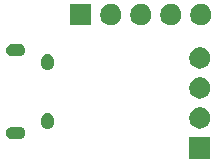
<source format=gbr>
G04 #@! TF.GenerationSoftware,KiCad,Pcbnew,(5.1.5)-2*
G04 #@! TF.CreationDate,2020-10-22T14:23:29-05:00*
G04 #@! TF.ProjectId,usbSerial,75736253-6572-4696-916c-2e6b69636164,rev?*
G04 #@! TF.SameCoordinates,Original*
G04 #@! TF.FileFunction,Soldermask,Bot*
G04 #@! TF.FilePolarity,Negative*
%FSLAX46Y46*%
G04 Gerber Fmt 4.6, Leading zero omitted, Abs format (unit mm)*
G04 Created by KiCad (PCBNEW (5.1.5)-2) date 2020-10-22 14:23:29*
%MOMM*%
%LPD*%
G04 APERTURE LIST*
%ADD10C,0.100000*%
G04 APERTURE END LIST*
D10*
G36*
X69001000Y-74381000D02*
G01*
X67199000Y-74381000D01*
X67199000Y-72579000D01*
X69001000Y-72579000D01*
X69001000Y-74381000D01*
G37*
G36*
X52903114Y-71681611D02*
G01*
X53002265Y-71711688D01*
X53093644Y-71760531D01*
X53173738Y-71826262D01*
X53239469Y-71906356D01*
X53288312Y-71997735D01*
X53318389Y-72096886D01*
X53328545Y-72200000D01*
X53318389Y-72303114D01*
X53288312Y-72402265D01*
X53239469Y-72493644D01*
X53173738Y-72573738D01*
X53093644Y-72639469D01*
X53002265Y-72688312D01*
X52903114Y-72718389D01*
X52825839Y-72726000D01*
X52174161Y-72726000D01*
X52096886Y-72718389D01*
X51997735Y-72688312D01*
X51906356Y-72639469D01*
X51826262Y-72573738D01*
X51760531Y-72493644D01*
X51711688Y-72402265D01*
X51681611Y-72303114D01*
X51671455Y-72200000D01*
X51681611Y-72096886D01*
X51711688Y-71997735D01*
X51760531Y-71906356D01*
X51826262Y-71826262D01*
X51906356Y-71760531D01*
X51997735Y-71711688D01*
X52096886Y-71681611D01*
X52174161Y-71674000D01*
X52825839Y-71674000D01*
X52903114Y-71681611D01*
G37*
G36*
X55303113Y-70531611D02*
G01*
X55402264Y-70561688D01*
X55493644Y-70610531D01*
X55573738Y-70676262D01*
X55639469Y-70756356D01*
X55688312Y-70847735D01*
X55718389Y-70946886D01*
X55726000Y-71024161D01*
X55726000Y-71375838D01*
X55718389Y-71453113D01*
X55688312Y-71552264D01*
X55639469Y-71643644D01*
X55573738Y-71723738D01*
X55493644Y-71789469D01*
X55402265Y-71838312D01*
X55303114Y-71868389D01*
X55200000Y-71878545D01*
X55096887Y-71868389D01*
X54997736Y-71838312D01*
X54906357Y-71789469D01*
X54826263Y-71723738D01*
X54760532Y-71643644D01*
X54758505Y-71639852D01*
X54711689Y-71552266D01*
X54701663Y-71519215D01*
X54681611Y-71453114D01*
X54674000Y-71375839D01*
X54674000Y-71024162D01*
X54681611Y-70946887D01*
X54711688Y-70847736D01*
X54760531Y-70756356D01*
X54826262Y-70676262D01*
X54906356Y-70610531D01*
X54997735Y-70561688D01*
X55096886Y-70531611D01*
X55200000Y-70521455D01*
X55303113Y-70531611D01*
G37*
G36*
X68213512Y-70043927D02*
G01*
X68362812Y-70073624D01*
X68526784Y-70141544D01*
X68674354Y-70240147D01*
X68799853Y-70365646D01*
X68898456Y-70513216D01*
X68966376Y-70677188D01*
X69001000Y-70851259D01*
X69001000Y-71028741D01*
X68966376Y-71202812D01*
X68898456Y-71366784D01*
X68799853Y-71514354D01*
X68674354Y-71639853D01*
X68526784Y-71738456D01*
X68362812Y-71806376D01*
X68213512Y-71836073D01*
X68188742Y-71841000D01*
X68011258Y-71841000D01*
X67986488Y-71836073D01*
X67837188Y-71806376D01*
X67673216Y-71738456D01*
X67525646Y-71639853D01*
X67400147Y-71514354D01*
X67301544Y-71366784D01*
X67233624Y-71202812D01*
X67199000Y-71028741D01*
X67199000Y-70851259D01*
X67233624Y-70677188D01*
X67301544Y-70513216D01*
X67400147Y-70365646D01*
X67525646Y-70240147D01*
X67673216Y-70141544D01*
X67837188Y-70073624D01*
X67986488Y-70043927D01*
X68011258Y-70039000D01*
X68188742Y-70039000D01*
X68213512Y-70043927D01*
G37*
G36*
X68213512Y-67503927D02*
G01*
X68362812Y-67533624D01*
X68526784Y-67601544D01*
X68674354Y-67700147D01*
X68799853Y-67825646D01*
X68898456Y-67973216D01*
X68966376Y-68137188D01*
X69001000Y-68311259D01*
X69001000Y-68488741D01*
X68966376Y-68662812D01*
X68898456Y-68826784D01*
X68799853Y-68974354D01*
X68674354Y-69099853D01*
X68526784Y-69198456D01*
X68362812Y-69266376D01*
X68213512Y-69296073D01*
X68188742Y-69301000D01*
X68011258Y-69301000D01*
X67986488Y-69296073D01*
X67837188Y-69266376D01*
X67673216Y-69198456D01*
X67525646Y-69099853D01*
X67400147Y-68974354D01*
X67301544Y-68826784D01*
X67233624Y-68662812D01*
X67199000Y-68488741D01*
X67199000Y-68311259D01*
X67233624Y-68137188D01*
X67301544Y-67973216D01*
X67400147Y-67825646D01*
X67525646Y-67700147D01*
X67673216Y-67601544D01*
X67837188Y-67533624D01*
X67986488Y-67503927D01*
X68011258Y-67499000D01*
X68188742Y-67499000D01*
X68213512Y-67503927D01*
G37*
G36*
X55303113Y-65531611D02*
G01*
X55402264Y-65561688D01*
X55493644Y-65610531D01*
X55573738Y-65676262D01*
X55639469Y-65756356D01*
X55688312Y-65847735D01*
X55718389Y-65946886D01*
X55726000Y-66024161D01*
X55726000Y-66375838D01*
X55718389Y-66453113D01*
X55688312Y-66552264D01*
X55639469Y-66643644D01*
X55573738Y-66723738D01*
X55493644Y-66789469D01*
X55402265Y-66838312D01*
X55303114Y-66868389D01*
X55200000Y-66878545D01*
X55096887Y-66868389D01*
X54997736Y-66838312D01*
X54906357Y-66789469D01*
X54826263Y-66723738D01*
X54760532Y-66643644D01*
X54711689Y-66552266D01*
X54701663Y-66519215D01*
X54681611Y-66453114D01*
X54674000Y-66375839D01*
X54674000Y-66024162D01*
X54681611Y-65946887D01*
X54711688Y-65847736D01*
X54760531Y-65756356D01*
X54826262Y-65676262D01*
X54906356Y-65610531D01*
X54997735Y-65561688D01*
X55096886Y-65531611D01*
X55200000Y-65521455D01*
X55303113Y-65531611D01*
G37*
G36*
X68213512Y-64963927D02*
G01*
X68362812Y-64993624D01*
X68526784Y-65061544D01*
X68674354Y-65160147D01*
X68799853Y-65285646D01*
X68898456Y-65433216D01*
X68966376Y-65597188D01*
X69001000Y-65771259D01*
X69001000Y-65948741D01*
X68966376Y-66122812D01*
X68898456Y-66286784D01*
X68799853Y-66434354D01*
X68674354Y-66559853D01*
X68526784Y-66658456D01*
X68362812Y-66726376D01*
X68213512Y-66756073D01*
X68188742Y-66761000D01*
X68011258Y-66761000D01*
X67986488Y-66756073D01*
X67837188Y-66726376D01*
X67673216Y-66658456D01*
X67525646Y-66559853D01*
X67400147Y-66434354D01*
X67301544Y-66286784D01*
X67233624Y-66122812D01*
X67199000Y-65948741D01*
X67199000Y-65771259D01*
X67233624Y-65597188D01*
X67301544Y-65433216D01*
X67400147Y-65285646D01*
X67525646Y-65160147D01*
X67673216Y-65061544D01*
X67837188Y-64993624D01*
X67986488Y-64963927D01*
X68011258Y-64959000D01*
X68188742Y-64959000D01*
X68213512Y-64963927D01*
G37*
G36*
X52903114Y-64681611D02*
G01*
X53002265Y-64711688D01*
X53093644Y-64760531D01*
X53173738Y-64826262D01*
X53239469Y-64906356D01*
X53288312Y-64997735D01*
X53318389Y-65096886D01*
X53328545Y-65200000D01*
X53318389Y-65303114D01*
X53288312Y-65402265D01*
X53239469Y-65493644D01*
X53173738Y-65573738D01*
X53093644Y-65639469D01*
X53002265Y-65688312D01*
X52903114Y-65718389D01*
X52825839Y-65726000D01*
X52174161Y-65726000D01*
X52096886Y-65718389D01*
X51997735Y-65688312D01*
X51906356Y-65639469D01*
X51826262Y-65573738D01*
X51760531Y-65493644D01*
X51711688Y-65402265D01*
X51681611Y-65303114D01*
X51671455Y-65200000D01*
X51681611Y-65096886D01*
X51711688Y-64997735D01*
X51760531Y-64906356D01*
X51826262Y-64826262D01*
X51906356Y-64760531D01*
X51997735Y-64711688D01*
X52096886Y-64681611D01*
X52174161Y-64674000D01*
X52825839Y-64674000D01*
X52903114Y-64681611D01*
G37*
G36*
X58921000Y-63101000D02*
G01*
X57119000Y-63101000D01*
X57119000Y-61299000D01*
X58921000Y-61299000D01*
X58921000Y-63101000D01*
G37*
G36*
X68293512Y-61303927D02*
G01*
X68442812Y-61333624D01*
X68606784Y-61401544D01*
X68754354Y-61500147D01*
X68879853Y-61625646D01*
X68978456Y-61773216D01*
X69046376Y-61937188D01*
X69081000Y-62111259D01*
X69081000Y-62288741D01*
X69046376Y-62462812D01*
X68978456Y-62626784D01*
X68879853Y-62774354D01*
X68754354Y-62899853D01*
X68606784Y-62998456D01*
X68442812Y-63066376D01*
X68293512Y-63096073D01*
X68268742Y-63101000D01*
X68091258Y-63101000D01*
X68066488Y-63096073D01*
X67917188Y-63066376D01*
X67753216Y-62998456D01*
X67605646Y-62899853D01*
X67480147Y-62774354D01*
X67381544Y-62626784D01*
X67313624Y-62462812D01*
X67279000Y-62288741D01*
X67279000Y-62111259D01*
X67313624Y-61937188D01*
X67381544Y-61773216D01*
X67480147Y-61625646D01*
X67605646Y-61500147D01*
X67753216Y-61401544D01*
X67917188Y-61333624D01*
X68066488Y-61303927D01*
X68091258Y-61299000D01*
X68268742Y-61299000D01*
X68293512Y-61303927D01*
G37*
G36*
X65753512Y-61303927D02*
G01*
X65902812Y-61333624D01*
X66066784Y-61401544D01*
X66214354Y-61500147D01*
X66339853Y-61625646D01*
X66438456Y-61773216D01*
X66506376Y-61937188D01*
X66541000Y-62111259D01*
X66541000Y-62288741D01*
X66506376Y-62462812D01*
X66438456Y-62626784D01*
X66339853Y-62774354D01*
X66214354Y-62899853D01*
X66066784Y-62998456D01*
X65902812Y-63066376D01*
X65753512Y-63096073D01*
X65728742Y-63101000D01*
X65551258Y-63101000D01*
X65526488Y-63096073D01*
X65377188Y-63066376D01*
X65213216Y-62998456D01*
X65065646Y-62899853D01*
X64940147Y-62774354D01*
X64841544Y-62626784D01*
X64773624Y-62462812D01*
X64739000Y-62288741D01*
X64739000Y-62111259D01*
X64773624Y-61937188D01*
X64841544Y-61773216D01*
X64940147Y-61625646D01*
X65065646Y-61500147D01*
X65213216Y-61401544D01*
X65377188Y-61333624D01*
X65526488Y-61303927D01*
X65551258Y-61299000D01*
X65728742Y-61299000D01*
X65753512Y-61303927D01*
G37*
G36*
X63213512Y-61303927D02*
G01*
X63362812Y-61333624D01*
X63526784Y-61401544D01*
X63674354Y-61500147D01*
X63799853Y-61625646D01*
X63898456Y-61773216D01*
X63966376Y-61937188D01*
X64001000Y-62111259D01*
X64001000Y-62288741D01*
X63966376Y-62462812D01*
X63898456Y-62626784D01*
X63799853Y-62774354D01*
X63674354Y-62899853D01*
X63526784Y-62998456D01*
X63362812Y-63066376D01*
X63213512Y-63096073D01*
X63188742Y-63101000D01*
X63011258Y-63101000D01*
X62986488Y-63096073D01*
X62837188Y-63066376D01*
X62673216Y-62998456D01*
X62525646Y-62899853D01*
X62400147Y-62774354D01*
X62301544Y-62626784D01*
X62233624Y-62462812D01*
X62199000Y-62288741D01*
X62199000Y-62111259D01*
X62233624Y-61937188D01*
X62301544Y-61773216D01*
X62400147Y-61625646D01*
X62525646Y-61500147D01*
X62673216Y-61401544D01*
X62837188Y-61333624D01*
X62986488Y-61303927D01*
X63011258Y-61299000D01*
X63188742Y-61299000D01*
X63213512Y-61303927D01*
G37*
G36*
X60673512Y-61303927D02*
G01*
X60822812Y-61333624D01*
X60986784Y-61401544D01*
X61134354Y-61500147D01*
X61259853Y-61625646D01*
X61358456Y-61773216D01*
X61426376Y-61937188D01*
X61461000Y-62111259D01*
X61461000Y-62288741D01*
X61426376Y-62462812D01*
X61358456Y-62626784D01*
X61259853Y-62774354D01*
X61134354Y-62899853D01*
X60986784Y-62998456D01*
X60822812Y-63066376D01*
X60673512Y-63096073D01*
X60648742Y-63101000D01*
X60471258Y-63101000D01*
X60446488Y-63096073D01*
X60297188Y-63066376D01*
X60133216Y-62998456D01*
X59985646Y-62899853D01*
X59860147Y-62774354D01*
X59761544Y-62626784D01*
X59693624Y-62462812D01*
X59659000Y-62288741D01*
X59659000Y-62111259D01*
X59693624Y-61937188D01*
X59761544Y-61773216D01*
X59860147Y-61625646D01*
X59985646Y-61500147D01*
X60133216Y-61401544D01*
X60297188Y-61333624D01*
X60446488Y-61303927D01*
X60471258Y-61299000D01*
X60648742Y-61299000D01*
X60673512Y-61303927D01*
G37*
M02*

</source>
